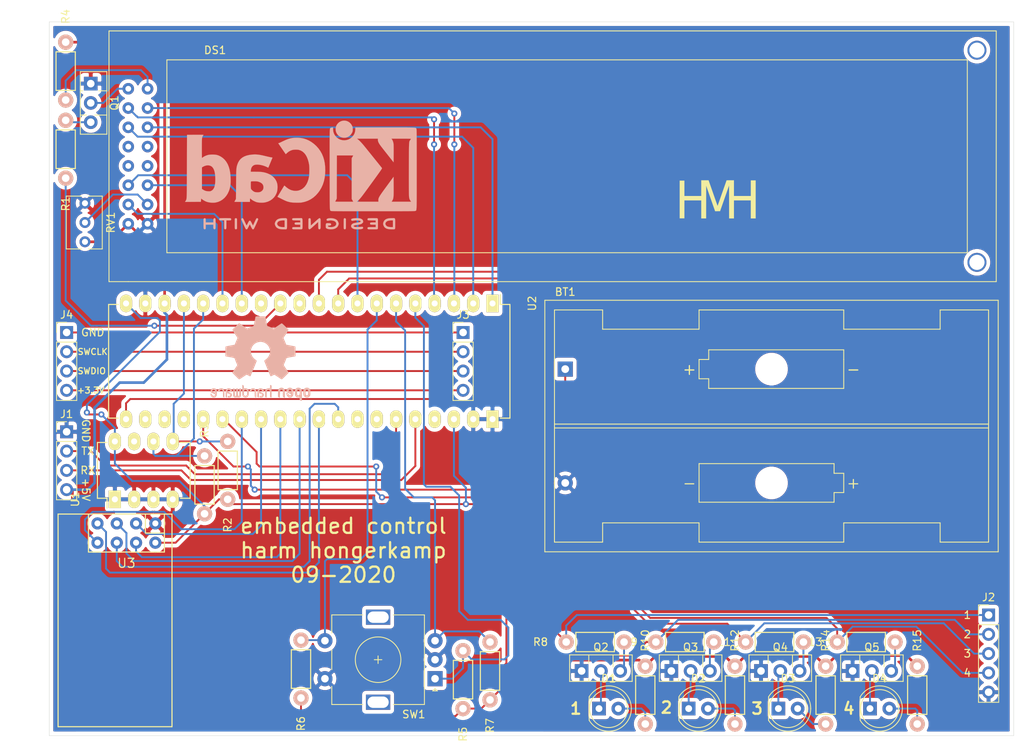
<source format=kicad_pcb>
(kicad_pcb (version 20171130) (host pcbnew 5.1.6-1.fc32)
  (title_block (title "embedded control") (date 2020-09-12) (rev 0) (company "harm hongerkamp"))
  (layers (0 F.Cu signal) (31 B.Cu signal) (34 B.Paste user) (35 F.Paste user) (36 B.SilkS user) (37 F.SilkS user) (38 B.Mask user) (39 F.Mask user) (44 Edge.Cuts user))
  (net 0 "")
  (net 1 "Net-(BT1-Pad1)")
  (net 2 GND)
  (net 3 "Net-(D1-Pad2)")
  (net 4 "Net-(D1-Pad1)")
  (net 5 "Net-(D2-Pad1)")
  (net 6 "Net-(D2-Pad2)")
  (net 7 "Net-(D3-Pad2)")
  (net 8 "Net-(D3-Pad1)")
  (net 9 "Net-(D4-Pad1)")
  (net 10 "Net-(D4-Pad2)")
  (net 11 +5V)
  (net 12 "Net-(DS1-Pad3)")
  (net 13 register_select)
  (net 14 readwrite)
  (net 15 enable)
  (net 16 "Net-(DS1-Pad7)")
  (net 17 "Net-(DS1-Pad8)")
  (net 18 "Net-(DS1-Pad9)")
  (net 19 "Net-(DS1-Pad10)")
  (net 20 D4)
  (net 21 D5)
  (net 22 D6)
  (net 23 D7)
  (net 24 "Net-(DS1-Pad15)")
  (net 25 "Net-(DS1-Pad16)")
  (net 26 /TX3)
  (net 27 /RX3)
  (net 28 "Net-(Q1-Pad3)")
  (net 29 "Net-(Q2-Pad3)")
  (net 30 "Net-(Q3-Pad3)")
  (net 31 "Net-(Q4-Pad3)")
  (net 32 "Net-(Q5-Pad3)")
  (net 33 display_light)
  (net 34 +3V3)
  (net 35 SDA)
  (net 36 SCL)
  (net 37 pulse_A)
  (net 38 push)
  (net 39 pulse_b)
  (net 40 schakeluitgang_1)
  (net 41 schakeluitgang_2)
  (net 42 schakeluitgang_3)
  (net 43 schakeluitgang_4)
  (net 44 "Net-(U1-Pad7)")
  (net 45 "Net-(U2-Pad11)")
  (net 46 "Net-(U2-Pad13)")
  (net 47 "Net-(U2-Pad22)")
  (net 48 "Net-(U2-Pad23)")
  (net 49 "Net-(U2-Pad24)")
  (net 50 /interrupt_request)
  (net 51 /chip_enable)
  (net 52 /nss1)
  (net 53 /sck1)
  (net 54 /miso1)
  (net 55 /mosi1)
  (net 56 "Net-(U2-Pad33)")
  (net 57 "Net-(U2-Pad34)")
  (net 58 "Net-(U2-Pad37)")
  (net 59 "Net-(J3-Pad4)")
  (net 60 "Net-(J3-Pad3)")
  (net 61 "Net-(J3-Pad2)")
  (net 62 "Net-(J3-Pad1)")
  (module harms_usual:harm_logo_10x5mm (layer F.Cu) (at 138.811 61.468)
    (fp_text reference G*** hide)
    (fp_text value LOGO hide)
  )
  (module Symbol:KiCad-Logo2_12mm_SilkScreen (layer B.Cu) (at 83.947 57.023 180)
    (fp_text reference REF** hide)
    (fp_text value KiCad-Logo2_12mm_SilkScreen hide)
  )
  (module Symbol:OSHW-Logo2_14.6x12mm_SilkScreen (layer B.Cu) (at 78.613 82.423 180)
    (fp_text reference REF** hide)
    (fp_text value OSHW-Logo2_14.6x12mm_SilkScreen hide)
  )
  (module harms_usual:nrf24l01 (layer F.Cu) (at 60.96 105.41 180)
    (fp_text reference U3 (at 0 -3.97 180) (layer F.SilkS) (effects (font (size 1.2 1.2))))
    (fp_text value nrf24l01)
    (pad 8 thru_hole circle (at 3.81 -1.27 180) (size 1.6 1.6) (drill 0.8) (layers *.Cu *.Mask) (net 50 /interrupt_request))
    (pad 7 thru_hole circle (at 3.81 1.27 180) (size 1.6 1.6) (drill 0.8) (layers *.Cu *.Mask) (net 54 /miso1))
    (pad 6 thru_hole circle (at 1.27 -1.27 180) (size 1.6 1.6) (drill 0.8) (layers *.Cu *.Mask) (net 55 /mosi1))
    (pad 5 thru_hole circle (at 1.27 1.27 180) (size 1.6 1.6) (drill 0.8) (layers *.Cu *.Mask) (net 53 /sck1))
    (pad 4 thru_hole circle (at -1.27 -1.27 180) (size 1.6 1.6) (drill 0.8) (layers *.Cu *.Mask) (net 52 /nss1))
    (pad 3 thru_hole circle (at -1.27 1.27 180) (size 1.6 1.6) (drill 0.8) (layers *.Cu *.Mask) (net 51 /chip_enable))
    (pad 2 thru_hole circle (at -3.81 -1.27 180) (size 1.6 1.6) (drill 0.8) (layers *.Cu *.Mask) (net 34 +3V3))
    (pad 1 thru_hole circle (at -3.81 1.27 180) (size 1.6 1.6) (drill 0.8) (layers *.Cu *.Mask) (net 2 GND))
  )
  (module Battery:BatteryHolder_Keystone_2462_2xAA (layer F.Cu) (at 118.745 83.82)
    (fp_text reference BT1 (at 0 -10.16 180) (layer F.SilkS))
    (fp_text value keystone-2460)
    (fp_text user - (at 37.945 0) (layer F.SilkS) (effects (font (size 1.5 1.5))))
    (fp_text user + (at 16.355 0) (layer F.SilkS) (effects (font (size 1.5 1.5))))
    (fp_text user - (at 16.355 14.99) (layer F.SilkS) (effects (font (size 1.5 1.5))))
    (fp_text user + (at 37.945 14.99) (layer F.SilkS) (effects (font (size 1.5 1.5))))
    (fp_text user + (at 16.355 0) (layer F.SilkS) (effects (font (size 1.5 1.5))))
    (fp_text user - (at 37.945 0) (layer F.SilkS) (effects (font (size 1.5 1.5))))
    (pad "" np_thru_hole circle (at 27.165 0) (size 3.3 3.3) (drill 3.3) (layers *.Cu *.Mask))
    (pad "" np_thru_hole circle (at 27.165 14.99) (size 3.3 3.3) (drill 3.3) (layers *.Cu *.Mask))
    (pad 2 thru_hole circle (at 0 14.99) (size 2 2) (drill 1.02) (layers *.Cu *.Mask) (net 2 GND))
    (pad 1 thru_hole rect (at 0 0) (size 2 2) (drill 1.02) (layers *.Cu *.Mask) (net 1 "Net-(BT1-Pad1)"))
  )
  (module LED_THT:LED_D5.0mm (layer F.Cu) (at 123.19 128.524)
    (fp_text reference D1 (at 1.27 -3.96) (layer F.SilkS))
    (fp_text value LED)
    (pad 2 thru_hole circle (at 2.54 0) (size 1.8 1.8) (drill 0.9) (layers *.Cu *.Mask) (net 3 "Net-(D1-Pad2)"))
    (pad 1 thru_hole rect (at 0 0) (size 1.8 1.8) (drill 0.9) (layers *.Cu *.Mask) (net 4 "Net-(D1-Pad1)"))
  )
  (module LED_THT:LED_D5.0mm (layer F.Cu) (at 135.001 128.524)
    (fp_text reference D2 (at 1.27 -3.96) (layer F.SilkS))
    (fp_text value LED)
    (pad 2 thru_hole circle (at 2.54 0) (size 1.8 1.8) (drill 0.9) (layers *.Cu *.Mask) (net 6 "Net-(D2-Pad2)"))
    (pad 1 thru_hole rect (at 0 0) (size 1.8 1.8) (drill 0.9) (layers *.Cu *.Mask) (net 5 "Net-(D2-Pad1)"))
  )
  (module LED_THT:LED_D5.0mm (layer F.Cu) (at 146.812 128.524)
    (fp_text reference D3 (at 1.27 -3.96) (layer F.SilkS))
    (fp_text value LED)
    (pad 2 thru_hole circle (at 2.54 0) (size 1.8 1.8) (drill 0.9) (layers *.Cu *.Mask) (net 7 "Net-(D3-Pad2)"))
    (pad 1 thru_hole rect (at 0 0) (size 1.8 1.8) (drill 0.9) (layers *.Cu *.Mask) (net 8 "Net-(D3-Pad1)"))
  )
  (module LED_THT:LED_D5.0mm (layer F.Cu) (at 158.877 128.524)
    (fp_text reference D4 (at 1.27 -3.96) (layer F.SilkS))
    (fp_text value LED)
    (pad 2 thru_hole circle (at 2.54 0) (size 1.8 1.8) (drill 0.9) (layers *.Cu *.Mask) (net 10 "Net-(D4-Pad2)"))
    (pad 1 thru_hole rect (at 0 0) (size 1.8 1.8) (drill 0.9) (layers *.Cu *.Mask) (net 9 "Net-(D4-Pad1)"))
  )
  (module harms_usual:lcd24x2 (layer F.Cu) (at 62.473601 55.791501)
    (fp_text reference DS1 (at 10.16 -13.97) (layer F.SilkS))
    (fp_text value WC1602A)
    (pad "" thru_hole circle (at 110.49 13.97) (size 2.5 2.5) (drill 2) (layers *.Cu *.Mask))
    (pad "" thru_hole circle (at 110.49 -13.97) (size 2.5 2.5) (drill 2) (layers *.Cu *.Mask))
    (pad 16 thru_hole circle (at -1.27 -8.89) (size 1.524 1.524) (drill 0.762) (layers *.Cu *.Mask) (net 25 "Net-(DS1-Pad16)"))
    (pad 15 thru_hole circle (at 1.27 -8.89) (size 1.524 1.524) (drill 0.762) (layers *.Cu *.Mask) (net 24 "Net-(DS1-Pad15)"))
    (pad 14 thru_hole circle (at -1.27 -6.35) (size 1.524 1.524) (drill 0.762) (layers *.Cu *.Mask) (net 23 D7))
    (pad 13 thru_hole circle (at 1.27 -6.35) (size 1.524 1.524) (drill 0.762) (layers *.Cu *.Mask) (net 22 D6))
    (pad 12 thru_hole circle (at -1.27 -3.81) (size 1.524 1.524) (drill 0.762) (layers *.Cu *.Mask) (net 21 D5))
    (pad 11 thru_hole circle (at 1.27 -3.81) (size 1.524 1.524) (drill 0.762) (layers *.Cu *.Mask) (net 20 D4))
    (pad 10 thru_hole circle (at -1.27 -1.27) (size 1.524 1.524) (drill 0.762) (layers *.Cu *.Mask) (net 19 "Net-(DS1-Pad10)"))
    (pad 9 thru_hole circle (at 1.27 -1.27) (size 1.524 1.524) (drill 0.762) (layers *.Cu *.Mask) (net 18 "Net-(DS1-Pad9)"))
    (pad 8 thru_hole circle (at -1.27 1.27) (size 1.524 1.524) (drill 0.762) (layers *.Cu *.Mask) (net 17 "Net-(DS1-Pad8)"))
    (pad 7 thru_hole circle (at 1.27 1.27) (size 1.524 1.524) (drill 0.762) (layers *.Cu *.Mask) (net 16 "Net-(DS1-Pad7)"))
    (pad 6 thru_hole circle (at -1.27 3.81) (size 1.524 1.524) (drill 0.762) (layers *.Cu *.Mask) (net 15 enable))
    (pad 5 thru_hole circle (at 1.27 3.81) (size 1.524 1.524) (drill 0.762) (layers *.Cu *.Mask) (net 14 readwrite))
    (pad 4 thru_hole circle (at -1.27 6.35) (size 1.524 1.524) (drill 0.762) (layers *.Cu *.Mask) (net 13 register_select))
    (pad 3 thru_hole circle (at 1.27 6.35) (size 1.524 1.524) (drill 0.762) (layers *.Cu *.Mask) (net 12 "Net-(DS1-Pad3)"))
    (pad 2 thru_hole circle (at -1.27 8.89) (size 1.524 1.524) (drill 0.762) (layers *.Cu *.Mask) (net 11 +5V))
    (pad 1 thru_hole circle (at 1.27 8.89) (size 1.524 1.524) (drill 0.762) (layers *.Cu *.Mask) (net 2 GND))
  )
  (module Connector_PinHeader_2.54mm:PinHeader_1x04_P2.54mm_Vertical (layer F.Cu) (at 53.086 92.075)
    (fp_text reference J1 (at 0 -2.33) (layer F.SilkS))
    (fp_text value UART_interface)
    (pad 4 thru_hole oval (at 0 7.62) (size 1.7 1.7) (drill 1) (layers *.Cu *.Mask) (net 11 +5V))
    (pad 3 thru_hole oval (at 0 5.08) (size 1.7 1.7) (drill 1) (layers *.Cu *.Mask) (net 27 /RX3))
    (pad 2 thru_hole oval (at 0 2.54) (size 1.7 1.7) (drill 1) (layers *.Cu *.Mask) (net 26 /TX3))
    (pad 1 thru_hole rect (at 0 0) (size 1.7 1.7) (drill 1) (layers *.Cu *.Mask) (net 2 GND))
  )
  (module Connector_PinHeader_2.54mm:PinHeader_1x04_P2.54mm_Vertical (layer F.Cu) (at 105.2957 78.994)
    (fp_text reference J3 (at 0 -2.33) (layer F.SilkS))
    (fp_text value programmer_1)
    (pad 4 thru_hole oval (at 0 7.62) (size 1.7 1.7) (drill 1) (layers *.Cu *.Mask) (net 59 "Net-(J3-Pad4)"))
    (pad 3 thru_hole oval (at 0 5.08) (size 1.7 1.7) (drill 1) (layers *.Cu *.Mask) (net 60 "Net-(J3-Pad3)"))
    (pad 2 thru_hole oval (at 0 2.54) (size 1.7 1.7) (drill 1) (layers *.Cu *.Mask) (net 61 "Net-(J3-Pad2)"))
    (pad 1 thru_hole rect (at 0 0) (size 1.7 1.7) (drill 1) (layers *.Cu *.Mask) (net 62 "Net-(J3-Pad1)"))
  )
  (module Connector_PinHeader_2.54mm:PinHeader_1x04_P2.54mm_Vertical (layer F.Cu) (at 53.086 78.994)
    (fp_text reference J4 (at 0 -2.33) (layer F.SilkS))
    (fp_text value programmer_2)
    (pad 4 thru_hole oval (at 0 7.62) (size 1.7 1.7) (drill 1) (layers *.Cu *.Mask) (net 59 "Net-(J3-Pad4)"))
    (pad 3 thru_hole oval (at 0 5.08) (size 1.7 1.7) (drill 1) (layers *.Cu *.Mask) (net 60 "Net-(J3-Pad3)"))
    (pad 2 thru_hole oval (at 0 2.54) (size 1.7 1.7) (drill 1) (layers *.Cu *.Mask) (net 61 "Net-(J3-Pad2)"))
    (pad 1 thru_hole rect (at 0 0) (size 1.7 1.7) (drill 1) (layers *.Cu *.Mask) (net 62 "Net-(J3-Pad1)"))
  )
  (module Package_TO_SOT_THT:TO-126-3_Vertical (layer F.Cu) (at 56.261 46.228 270)
    (fp_text reference Q1 (at 2.54 -3.12 90) (layer F.SilkS))
    (fp_text value BD439)
    (pad 3 thru_hole oval (at 5.08 0 270) (size 1.8 1.8) (drill 1) (layers *.Cu *.Mask) (net 28 "Net-(Q1-Pad3)"))
    (pad 2 thru_hole oval (at 2.54 0 270) (size 1.8 1.8) (drill 1) (layers *.Cu *.Mask) (net 25 "Net-(DS1-Pad16)"))
    (pad 1 thru_hole rect (at 0 0 270) (size 1.8 1.8) (drill 1) (layers *.Cu *.Mask) (net 2 GND))
  )
  (module Package_TO_SOT_THT:TO-126-3_Vertical (layer F.Cu) (at 120.904 123.571)
    (fp_text reference Q2 (at 2.54 -3.12) (layer F.SilkS))
    (fp_text value BD439)
    (pad 3 thru_hole oval (at 5.08 0) (size 1.8 1.8) (drill 1) (layers *.Cu *.Mask) (net 29 "Net-(Q2-Pad3)"))
    (pad 2 thru_hole oval (at 2.54 0) (size 1.8 1.8) (drill 1) (layers *.Cu *.Mask) (net 4 "Net-(D1-Pad1)"))
    (pad 1 thru_hole rect (at 0 0) (size 1.8 1.8) (drill 1) (layers *.Cu *.Mask) (net 2 GND))
  )
  (module Package_TO_SOT_THT:TO-126-3_Vertical (layer F.Cu) (at 132.715 123.571)
    (fp_text reference Q3 (at 2.54 -3.12) (layer F.SilkS))
    (fp_text value BD439)
    (pad 3 thru_hole oval (at 5.08 0) (size 1.8 1.8) (drill 1) (layers *.Cu *.Mask) (net 30 "Net-(Q3-Pad3)"))
    (pad 2 thru_hole oval (at 2.54 0) (size 1.8 1.8) (drill 1) (layers *.Cu *.Mask) (net 5 "Net-(D2-Pad1)"))
    (pad 1 thru_hole rect (at 0 0) (size 1.8 1.8) (drill 1) (layers *.Cu *.Mask) (net 2 GND))
  )
  (module Package_TO_SOT_THT:TO-126-3_Vertical (layer F.Cu) (at 144.526 123.571)
    (fp_text reference Q4 (at 2.54 -3.12) (layer F.SilkS))
    (fp_text value BD439)
    (pad 3 thru_hole oval (at 5.08 0) (size 1.8 1.8) (drill 1) (layers *.Cu *.Mask) (net 31 "Net-(Q4-Pad3)"))
    (pad 2 thru_hole oval (at 2.54 0) (size 1.8 1.8) (drill 1) (layers *.Cu *.Mask) (net 8 "Net-(D3-Pad1)"))
    (pad 1 thru_hole rect (at 0 0) (size 1.8 1.8) (drill 1) (layers *.Cu *.Mask) (net 2 GND))
  )
  (module Package_TO_SOT_THT:TO-126-3_Vertical (layer F.Cu) (at 156.591 123.571)
    (fp_text reference Q5 (at 2.54 -3.12) (layer F.SilkS))
    (fp_text value BD439)
    (pad 3 thru_hole oval (at 5.08 0) (size 1.8 1.8) (drill 1) (layers *.Cu *.Mask) (net 32 "Net-(Q5-Pad3)"))
    (pad 2 thru_hole oval (at 2.54 0) (size 1.8 1.8) (drill 1) (layers *.Cu *.Mask) (net 9 "Net-(D4-Pad1)"))
    (pad 1 thru_hole rect (at 0 0) (size 1.8 1.8) (drill 1) (layers *.Cu *.Mask) (net 2 GND))
  )
  (module harms_usual:Resistor_Horizontal_RM7mm (layer F.Cu) (at 52.959 51.054 270)
    (fp_text reference R1 (at 11 0 90) (layer F.SilkS))
    (fp_text value 2k)
    (pad 2 thru_hole circle (at 7.62 0 270) (size 1.99898 1.99898) (drill 1.00076) (layers *.Cu *.SilkS *.Mask) (net 33 display_light))
    (pad 1 thru_hole circle (at 0 0 270) (size 1.99898 1.99898) (drill 1.00076) (layers *.Cu *.SilkS *.Mask) (net 28 "Net-(Q1-Pad3)"))
  )
  (module harms_usual:Resistor_Horizontal_RM7mm (layer F.Cu) (at 74.295 93.345 270)
    (fp_text reference R2 (at 11 0 90) (layer F.SilkS))
    (fp_text value 2k)
    (pad 2 thru_hole circle (at 7.62 0 270) (size 1.99898 1.99898) (drill 1.00076) (layers *.Cu *.SilkS *.Mask) (net 34 +3V3))
    (pad 1 thru_hole circle (at 0 0 270) (size 1.99898 1.99898) (drill 1.00076) (layers *.Cu *.SilkS *.Mask) (net 35 SDA))
  )
  (module harms_usual:Resistor_Horizontal_RM7mm (layer F.Cu) (at 71.247 102.87 90)
    (fp_text reference R3 (at 11 0 90) (layer F.SilkS))
    (fp_text value 2k)
    (pad 2 thru_hole circle (at 7.62 0 90) (size 1.99898 1.99898) (drill 1.00076) (layers *.Cu *.SilkS *.Mask) (net 36 SCL))
    (pad 1 thru_hole circle (at 0 0 90) (size 1.99898 1.99898) (drill 1.00076) (layers *.Cu *.SilkS *.Mask) (net 34 +3V3))
  )
  (module harms_usual:Resistor_Horizontal_RM7mm (layer F.Cu) (at 52.959 48.387 90)
    (fp_text reference R4 (at 11 0 90) (layer F.SilkS))
    (fp_text value 200)
    (pad 2 thru_hole circle (at 7.62 0 90) (size 1.99898 1.99898) (drill 1.00076) (layers *.Cu *.SilkS *.Mask) (net 11 +5V))
    (pad 1 thru_hole circle (at 0 0 90) (size 1.99898 1.99898) (drill 1.00076) (layers *.Cu *.SilkS *.Mask) (net 24 "Net-(DS1-Pad15)"))
  )
  (module harms_usual:Resistor_Horizontal_RM7mm (layer F.Cu) (at 105.283 120.904 270)
    (fp_text reference R5 (at 11 0 90) (layer F.SilkS))
    (fp_text value 2k)
    (pad 2 thru_hole circle (at 7.62 0 270) (size 1.99898 1.99898) (drill 1.00076) (layers *.Cu *.SilkS *.Mask) (net 34 +3V3))
    (pad 1 thru_hole circle (at 0 0 270) (size 1.99898 1.99898) (drill 1.00076) (layers *.Cu *.SilkS *.Mask) (net 37 pulse_A))
  )
  (module harms_usual:Resistor_Horizontal_RM7mm (layer F.Cu) (at 83.947 119.507 270)
    (fp_text reference R6 (at 11 0 90) (layer F.SilkS))
    (fp_text value 10k)
    (pad 2 thru_hole circle (at 7.62 0 270) (size 1.99898 1.99898) (drill 1.00076) (layers *.Cu *.SilkS *.Mask) (net 34 +3V3))
    (pad 1 thru_hole circle (at 0 0 270) (size 1.99898 1.99898) (drill 1.00076) (layers *.Cu *.SilkS *.Mask) (net 38 push))
  )
  (module harms_usual:Resistor_Horizontal_RM7mm (layer F.Cu) (at 108.839 119.761 270)
    (fp_text reference R7 (at 11 0 90) (layer F.SilkS))
    (fp_text value 2k)
    (pad 2 thru_hole circle (at 7.62 0 270) (size 1.99898 1.99898) (drill 1.00076) (layers *.Cu *.SilkS *.Mask) (net 34 +3V3))
    (pad 1 thru_hole circle (at 0 0 270) (size 1.99898 1.99898) (drill 1.00076) (layers *.Cu *.SilkS *.Mask) (net 39 pulse_b))
  )
  (module harms_usual:Resistor_Horizontal_RM7mm (layer F.Cu) (at 126.492 119.761 180)
    (fp_text reference R8 (at 11 0) (layer F.SilkS))
    (fp_text value 2k)
    (pad 2 thru_hole circle (at 7.62 0 180) (size 1.99898 1.99898) (drill 1.00076) (layers *.Cu *.SilkS *.Mask) (net 40 schakeluitgang_1))
    (pad 1 thru_hole circle (at 0 0 180) (size 1.99898 1.99898) (drill 1.00076) (layers *.Cu *.SilkS *.Mask) (net 29 "Net-(Q2-Pad3)"))
  )
  (module harms_usual:Resistor_Horizontal_RM7mm (layer F.Cu) (at 138.303 119.761 180)
    (fp_text reference R9 (at 11 0) (layer F.SilkS))
    (fp_text value 2k)
    (pad 2 thru_hole circle (at 7.62 0 180) (size 1.99898 1.99898) (drill 1.00076) (layers *.Cu *.SilkS *.Mask) (net 41 schakeluitgang_2))
    (pad 1 thru_hole circle (at 0 0 180) (size 1.99898 1.99898) (drill 1.00076) (layers *.Cu *.SilkS *.Mask) (net 30 "Net-(Q3-Pad3)"))
  )
  (module harms_usual:Resistor_Horizontal_RM7mm (layer F.Cu) (at 129.286 130.556 90)
    (fp_text reference R10 (at 11 0 90) (layer F.SilkS))
    (fp_text value 200)
    (pad 2 thru_hole circle (at 7.62 0 90) (size 1.99898 1.99898) (drill 1.00076) (layers *.Cu *.SilkS *.Mask) (net 11 +5V))
    (pad 1 thru_hole circle (at 0 0 90) (size 1.99898 1.99898) (drill 1.00076) (layers *.Cu *.SilkS *.Mask) (net 3 "Net-(D1-Pad2)"))
  )
  (module harms_usual:Resistor_Horizontal_RM7mm (layer F.Cu) (at 150.114 119.761 180)
    (fp_text reference R11 (at 11 0) (layer F.SilkS))
    (fp_text value 2k)
    (pad 2 thru_hole circle (at 7.62 0 180) (size 1.99898 1.99898) (drill 1.00076) (layers *.Cu *.SilkS *.Mask) (net 42 schakeluitgang_3))
    (pad 1 thru_hole circle (at 0 0 180) (size 1.99898 1.99898) (drill 1.00076) (layers *.Cu *.SilkS *.Mask) (net 31 "Net-(Q4-Pad3)"))
  )
  (module harms_usual:Resistor_Horizontal_RM7mm (layer F.Cu) (at 141.097 130.556 90)
    (fp_text reference R12 (at 11 0 90) (layer F.SilkS))
    (fp_text value 200)
    (pad 2 thru_hole circle (at 7.62 0 90) (size 1.99898 1.99898) (drill 1.00076) (layers *.Cu *.SilkS *.Mask) (net 11 +5V))
    (pad 1 thru_hole circle (at 0 0 90) (size 1.99898 1.99898) (drill 1.00076) (layers *.Cu *.SilkS *.Mask) (net 6 "Net-(D2-Pad2)"))
  )
  (module harms_usual:Resistor_Horizontal_RM7mm (layer F.Cu) (at 162.179 119.761 180)
    (fp_text reference R13 (at 11 0) (layer F.SilkS))
    (fp_text value 2k)
    (pad 2 thru_hole circle (at 7.62 0 180) (size 1.99898 1.99898) (drill 1.00076) (layers *.Cu *.SilkS *.Mask) (net 43 schakeluitgang_4))
    (pad 1 thru_hole circle (at 0 0 180) (size 1.99898 1.99898) (drill 1.00076) (layers *.Cu *.SilkS *.Mask) (net 32 "Net-(Q5-Pad3)"))
  )
  (module harms_usual:Resistor_Horizontal_RM7mm (layer F.Cu) (at 153.035 130.556 90)
    (fp_text reference R14 (at 11 0 90) (layer F.SilkS))
    (fp_text value 200)
    (pad 2 thru_hole circle (at 7.62 0 90) (size 1.99898 1.99898) (drill 1.00076) (layers *.Cu *.SilkS *.Mask) (net 11 +5V))
    (pad 1 thru_hole circle (at 0 0 90) (size 1.99898 1.99898) (drill 1.00076) (layers *.Cu *.SilkS *.Mask) (net 7 "Net-(D3-Pad2)"))
  )
  (module harms_usual:Resistor_Horizontal_RM7mm (layer F.Cu) (at 165.1 130.556 90)
    (fp_text reference R15 (at 11 0 90) (layer F.SilkS))
    (fp_text value 200)
    (pad 2 thru_hole circle (at 7.62 0 90) (size 1.99898 1.99898) (drill 1.00076) (layers *.Cu *.SilkS *.Mask) (net 11 +5V))
    (pad 1 thru_hole circle (at 0 0 90) (size 1.99898 1.99898) (drill 1.00076) (layers *.Cu *.SilkS *.Mask) (net 10 "Net-(D4-Pad2)"))
  )
  (module Potentiometer_THT:Potentiometer_Bourns_3266Y_Vertical (layer F.Cu) (at 55.499 67.056 270)
    (fp_text reference RV1 (at -2.54 -3.41 90) (layer F.SilkS))
    (fp_text value R_POT_TRIM)
    (pad 3 thru_hole circle (at -5.08 0 270) (size 1.44 1.44) (drill 0.8) (layers *.Cu *.Mask) (net 2 GND))
    (pad 2 thru_hole circle (at -2.54 0 270) (size 1.44 1.44) (drill 0.8) (layers *.Cu *.Mask) (net 12 "Net-(DS1-Pad3)"))
    (pad 1 thru_hole circle (at 0 0 270) (size 1.44 1.44) (drill 0.8) (layers *.Cu *.Mask) (net 11 +5V))
  )
  (module Rotary_Encoder:RotaryEncoder_Alps_EC11E-Switch_Vertical_H20mm (layer F.Cu) (at 101.6 124.587 180)
    (fp_text reference SW1 (at 2.8 -4.7) (layer F.SilkS))
    (fp_text value Rotary_Encoder_Switch)
    (pad A thru_hole rect (at 0 0 180) (size 2 2) (drill 1) (layers *.Cu *.Mask) (net 37 pulse_A))
    (pad C thru_hole circle (at 0 2.5 180) (size 2 2) (drill 1) (layers *.Cu *.Mask) (net 2 GND))
    (pad B thru_hole circle (at 0 5 180) (size 2 2) (drill 1) (layers *.Cu *.Mask) (net 39 pulse_b))
    (pad MP thru_hole rect (at 7.5 -3.1 180) (size 3.2 2) (drill oval 2.8 1.5) (layers *.Cu *.Mask))
    (pad MP thru_hole rect (at 7.5 8.1 180) (size 3.2 2) (drill oval 2.8 1.5) (layers *.Cu *.Mask))
    (pad S2 thru_hole circle (at 14.5 0 180) (size 2 2) (drill 1) (layers *.Cu *.Mask) (net 2 GND))
    (pad S1 thru_hole circle (at 14.5 5 180) (size 2 2) (drill 1) (layers *.Cu *.Mask) (net 38 push))
  )
  (module harms_usual:DIP-8_W7.62mm_LongPads (layer F.Cu) (at 59.436 100.965 90)
    (fp_text reference U1 (at 0 -5.22 90) (layer F.SilkS))
    (fp_text value 24LC64)
    (pad 8 thru_hole oval (at 7.62 0 90) (size 2.3 1.6) (drill 0.8) (layers *.Cu *.Mask F.SilkS) (net 34 +3V3))
    (pad 7 thru_hole oval (at 7.62 2.54 90) (size 2.3 1.6) (drill 0.8) (layers *.Cu *.Mask F.SilkS) (net 44 "Net-(U1-Pad7)"))
    (pad 6 thru_hole oval (at 7.62 5.08 90) (size 2.3 1.6) (drill 0.8) (layers *.Cu *.Mask F.SilkS) (net 36 SCL))
    (pad 5 thru_hole oval (at 7.62 7.62 90) (size 2.3 1.6) (drill 0.8) (layers *.Cu *.Mask F.SilkS) (net 35 SDA))
    (pad 4 thru_hole oval (at 0 7.62 90) (size 2.3 1.6) (drill 0.8) (layers *.Cu *.Mask F.SilkS) (net 2 GND))
    (pad 3 thru_hole oval (at 0 5.08 90) (size 2.3 1.6) (drill 0.8) (layers *.Cu *.Mask F.SilkS) (net 2 GND))
    (pad 2 thru_hole oval (at 0 2.54 90) (size 2.3 1.6) (drill 0.8) (layers *.Cu *.Mask F.SilkS) (net 2 GND))
    (pad 1 thru_hole rect (at 0 0 90) (size 2.3 1.6) (drill 0.8) (layers *.Cu *.Mask F.SilkS) (net 2 GND))
  )
  (module harms_usual:DIP-40_W15.24mm_LongPads (layer F.Cu) (at 109.1692 75.1713 270)
    (fp_text reference U2 (at 0 -5.22 90) (layer F.SilkS))
    (fp_text value stm32_bluepill)
    (pad 40 thru_hole rect (at 15.24 0 270) (size 2.3 1.6) (drill 0.8) (layers *.Cu *.Mask F.SilkS) (net 2 GND))
    (pad 39 thru_hole oval (at 15.24 2.54 270) (size 2.3 1.6) (drill 0.8) (layers *.Cu *.Mask F.SilkS) (net 2 GND))
    (pad 38 thru_hole oval (at 15.24 5.08 270) (size 2.3 1.6) (drill 0.8) (layers *.Cu *.Mask F.SilkS) (net 34 +3V3))
    (pad 37 thru_hole oval (at 15.24 7.62 270) (size 2.3 1.6) (drill 0.8) (layers *.Cu *.Mask F.SilkS) (net 58 "Net-(U2-Pad37)"))
    (pad 36 thru_hole oval (at 15.24 10.16 270) (size 2.3 1.6) (drill 0.8) (layers *.Cu *.Mask F.SilkS) (net 27 /RX3))
    (pad 35 thru_hole oval (at 15.24 12.7 270) (size 2.3 1.6) (drill 0.8) (layers *.Cu *.Mask F.SilkS) (net 26 /TX3))
    (pad 34 thru_hole oval (at 15.24 15.24 270) (size 2.3 1.6) (drill 0.8) (layers *.Cu *.Mask F.SilkS) (net 57 "Net-(U2-Pad34)"))
    (pad 33 thru_hole oval (at 15.24 17.78 270) (size 2.3 1.6) (drill 0.8) (layers *.Cu *.Mask F.SilkS) (net 56 "Net-(U2-Pad33)"))
    (pad 32 thru_hole oval (at 15.24 20.32 270) (size 2.3 1.6) (drill 0.8) (layers *.Cu *.Mask F.SilkS) (net 55 /mosi1))
    (pad 31 thru_hole oval (at 15.24 22.86 270) (size 2.3 1.6) (drill 0.8) (layers *.Cu *.Mask F.SilkS) (net 54 /miso1))
    (pad 30 thru_hole oval (at 15.24 25.4 270) (size 2.3 1.6) (drill 0.8) (layers *.Cu *.Mask F.SilkS) (net 53 /sck1))
    (pad 29 thru_hole oval (at 15.24 27.94 270) (size 2.3 1.6) (drill 0.8) (layers *.Cu *.Mask F.SilkS) (net 52 /nss1))
    (pad 28 thru_hole oval (at 15.24 30.48 270) (size 2.3 1.6) (drill 0.8) (layers *.Cu *.Mask F.SilkS) (net 51 /chip_enable))
    (pad 27 thru_hole oval (at 15.24 33.02 270) (size 2.3 1.6) (drill 0.8) (layers *.Cu *.Mask F.SilkS) (net 50 /interrupt_request))
    (pad 26 thru_hole oval (at 15.24 35.56 270) (size 2.3 1.6) (drill 0.8) (layers *.Cu *.Mask F.SilkS) (net 41 schakeluitgang_2))
    (pad 25 thru_hole oval (at 15.24 38.1 270) (size 2.3 1.6) (drill 0.8) (layers *.Cu *.Mask F.SilkS) (net 40 schakeluitgang_1))
    (pad 24 thru_hole oval (at 15.24 40.64 270) (size 2.3 1.6) (drill 0.8) (layers *.Cu *.Mask F.SilkS) (net 49 "Net-(U2-Pad24)"))
    (pad 23 thru_hole oval (at 15.24 43.18 270) (size 2.3 1.6) (drill 0.8) (layers *.Cu *.Mask F.SilkS) (net 48 "Net-(U2-Pad23)"))
    (pad 22 thru_hole oval (at 15.24 45.72 270) (size 2.3 1.6) (drill 0.8) (layers *.Cu *.Mask F.SilkS) (net 47 "Net-(U2-Pad22)"))
    (pad 21 thru_hole oval (at 15.24 48.26 270) (size 2.3 1.6) (drill 0.8) (layers *.Cu *.Mask F.SilkS) (net 1 "Net-(BT1-Pad1)"))
    (pad 20 thru_hole oval (at 0 48.26 270) (size 2.3 1.6) (drill 0.8) (layers *.Cu *.Mask F.SilkS) (net 34 +3V3))
    (pad 19 thru_hole oval (at 0 45.72 270) (size 2.3 1.6) (drill 0.8) (layers *.Cu *.Mask F.SilkS) (net 2 GND))
    (pad 18 thru_hole oval (at 0 43.18 270) (size 2.3 1.6) (drill 0.8) (layers *.Cu *.Mask F.SilkS) (net 11 +5V))
    (pad 17 thru_hole oval (at 0 40.64 270) (size 2.3 1.6) (drill 0.8) (layers *.Cu *.Mask F.SilkS) (net 35 SDA))
    (pad 16 thru_hole oval (at 0 38.1 270) (size 2.3 1.6) (drill 0.8) (layers *.Cu *.Mask F.SilkS) (net 36 SCL))
    (pad 15 thru_hole oval (at 0 35.56 270) (size 2.3 1.6) (drill 0.8) (layers *.Cu *.Mask F.SilkS) (net 13 register_select))
    (pad 14 thru_hole oval (at 0 33.02 270) (size 2.3 1.6) (drill 0.8) (layers *.Cu *.Mask F.SilkS) (net 14 readwrite))
    (pad 13 thru_hole oval (at 0 30.48 270) (size 2.3 1.6) (drill 0.8) (layers *.Cu *.Mask F.SilkS) (net 46 "Net-(U2-Pad13)"))
    (pad 12 thru_hole oval (at 0 27.94 270) (size 2.3 1.6) (drill 0.8) (layers *.Cu *.Mask F.SilkS) (net 33 display_light))
    (pad 11 thru_hole oval (at 0 25.4 270) (size 2.3 1.6) (drill 0.8) (layers *.Cu *.Mask F.SilkS) (net 45 "Net-(U2-Pad11)"))
    (pad 10 thru_hole oval (at 0 22.86 270) (size 2.3 1.6) (drill 0.8) (layers *.Cu *.Mask F.SilkS) (net 43 schakeluitgang_4))
    (pad 9 thru_hole oval (at 0 20.32 270) (size 2.3 1.6) (drill 0.8) (layers *.Cu *.Mask F.SilkS) (net 42 schakeluitgang_3))
    (pad 8 thru_hole oval (at 0 17.78 270) (size 2.3 1.6) (drill 0.8) (layers *.Cu *.Mask F.SilkS) (net 15 enable))
    (pad 7 thru_hole oval (at 0 15.24 270) (size 2.3 1.6) (drill 0.8) (layers *.Cu *.Mask F.SilkS) (net 38 push))
    (pad 6 thru_hole oval (at 0 12.7 270) (size 2.3 1.6) (drill 0.8) (layers *.Cu *.Mask F.SilkS) (net 39 pulse_b))
    (pad 5 thru_hole oval (at 0 10.16 270) (size 2.3 1.6) (drill 0.8) (layers *.Cu *.Mask F.SilkS) (net 37 pulse_A))
    (pad 4 thru_hole oval (at 0 7.62 270) (size 2.3 1.6) (drill 0.8) (layers *.Cu *.Mask F.SilkS) (net 23 D7))
    (pad 3 thru_hole oval (at 0 5.08 270) (size 2.3 1.6) (drill 0.8) (layers *.Cu *.Mask F.SilkS) (net 22 D6))
    (pad 2 thru_hole oval (at 0 2.54 270) (size 2.3 1.6) (drill 0.8) (layers *.Cu *.Mask F.SilkS) (net 21 D5))
    (pad 1 thru_hole rect (at 0 0 270) (size 2.3 1.6) (drill 0.8) (layers *.Cu *.Mask F.SilkS) (net 20 D4))
  )
  (module Connector_PinHeader_2.54mm:PinHeader_1x05_P2.54mm_Vertical (layer F.Cu) (at 174.498 116.205)
    (fp_text reference J2 (at 0 -2.33) (layer F.SilkS))
    (fp_text value Conn_01x05)
    (pad 1 thru_hole rect (at 0 0) (size 1.7 1.7) (drill 1) (layers *.Cu *.Mask) (net 40 schakeluitgang_1))
    (pad 2 thru_hole oval (at 0 2.54) (size 1.7 1.7) (drill 1) (layers *.Cu *.Mask) (net 41 schakeluitgang_2))
    (pad 3 thru_hole oval (at 0 5.08) (size 1.7 1.7) (drill 1) (layers *.Cu *.Mask) (net 42 schakeluitgang_3))
    (pad 4 thru_hole oval (at 0 7.62) (size 1.7 1.7) (drill 1) (layers *.Cu *.Mask) (net 43 schakeluitgang_4))
    (pad 5 thru_hole oval (at 0 10.16) (size 1.7 1.7) (drill 1) (layers *.Cu *.Mask) (net 2 GND))
  )
  (gr_text "embedded control\nharm hongerkamp\n09-2020" (at 89.535 107.696) (layer F.SilkS) (effects (font (size 2 2) (thickness 0.3))))
  (gr_text 4 (at 171.704 123.825) (layer F.SilkS) (effects (font (size 1 1))))
  (gr_text 3 (at 171.704 121.285) (layer F.SilkS) (effects (font (size 1 1))))
  (gr_text 2 (at 171.704 118.745) (layer F.SilkS) (effects (font (size 1 1))))
  (gr_text 1 (at 171.704 116.205) (layer F.SilkS) (effects (font (size 1 1))))
  (gr_text 4 (at 156.083 128.524) (layer F.SilkS) (effects (font (size 1.5 1.5) (thickness 0.3))))
  (gr_text 3 (at 144.018 128.524) (layer F.SilkS) (effects (font (size 1.5 1.5) (thickness 0.3))))
  (gr_text 2 (at 132.08 128.397) (layer F.SilkS) (effects (font (size 1.5 1.5) (thickness 0.3))))
  (gr_text 1 (at 120.142 128.524) (layer F.SilkS) (effects (font (size 1.5 1.5) (thickness 0.3))))
  (gr_text +3.3V (at 56.261 86.614) (layer F.SilkS) (effects (font (size 0.8 0.8))))
  (gr_text SWDIO (at 56.388 84.074) (layer F.SilkS) (effects (font (size 0.8 0.8))))
  (gr_text SWCLK (at 56.515 81.534) (layer F.SilkS) (effects (font (size 0.8 0.8))))
  (gr_text GND (at 56.515 78.994) (layer F.SilkS) (effects (font (size 1 1))))
  (gr_text GND (at 55.626 91.948 270) (layer F.SilkS) (effects (font (size 1 1))))
  (gr_text +5V (at 55.626 99.695 270) (layer F.SilkS) (effects (font (size 1 1))))
  (gr_text RX (at 55.88 97.155) (layer F.SilkS) (effects (font (size 1 1))))
  (gr_text TX (at 55.88 94.615) (layer F.SilkS) (effects (font (size 1 1))))
  (gr_line (start 50.8 38.1) (end 177.8 38.1) (layer Edge.Cuts) (width 0.05))
  (gr_line (start 50.8 132.08) (end 50.8 38.1) (layer Edge.Cuts) (width 0.05))
  (gr_line (start 177.8 132.08) (end 50.8 132.08) (layer Edge.Cuts) (width 0.05))
  (gr_line (start 177.8 38.1) (end 177.8 132.08) (layer Edge.Cuts) (width 0.05))
  (segment (start 60.9092 90.4113) (end 60.9092 88.3158) (width 0.25) (layer F.Cu) (net 1))
  (segment (start 60.9092 88.3158) (end 61.468 87.757) (width 0.25) (layer F.Cu) (net 1))
  (segment (start 61.468 87.757) (end 102.743 87.757) (width 0.25) (layer F.Cu) (net 1))
  (segment (start 102.743 87.757) (end 103.505 88.519) (width 0.25) (layer F.Cu) (net 1))
  (segment (start 103.505 88.519) (end 118.237 88.519) (width 0.25) (layer F.Cu) (net 1))
  (segment (start 118.745 88.011) (end 118.745 83.82) (width 0.25) (layer F.Cu) (net 1))
  (segment (start 118.237 88.519) (end 118.745 88.011) (width 0.25) (layer F.Cu) (net 1))
  (segment (start 129.286 130.556) (end 129.286 129.032) (width 0.25) (layer B.Cu) (net 3))
  (segment (start 128.778 128.524) (end 125.73 128.524) (width 0.25) (layer B.Cu) (net 3))
  (segment (start 129.286 129.032) (end 128.778 128.524) (width 0.25) (layer B.Cu) (net 3))
  (segment (start 123.444 128.27) (end 123.19 128.524) (width 0.25) (layer B.Cu) (net 4))
  (segment (start 123.444 123.571) (end 123.444 128.27) (width 0.25) (layer B.Cu) (net 4))
  (segment (start 135.255 123.571) (end 135.255 126.238) (width 0.25) (layer B.Cu) (net 5))
  (segment (start 135.001 126.492) (end 135.001 128.524) (width 0.25) (layer B.Cu) (net 5))
  (segment (start 135.255 126.238) (end 135.001 126.492) (width 0.25) (layer B.Cu) (net 5))
  (segment (start 137.541 128.524) (end 140.843 128.524) (width 0.25) (layer B.Cu) (net 6))
  (segment (start 141.097 128.778) (end 141.097 130.556) (width 0.25) (layer B.Cu) (net 6))
  (segment (start 140.843 128.524) (end 141.097 128.778) (width 0.25) (layer B.Cu) (net 6))
  (segment (start 151.384 130.556) (end 149.352 128.524) (width 0.25) (layer B.Cu) (net 7))
  (segment (start 153.035 130.556) (end 151.384 130.556) (width 0.25) (layer B.Cu) (net 7))
  (segment (start 146.812 123.825) (end 147.066 123.571) (width 0.25) (layer B.Cu) (net 8))
  (segment (start 146.812 128.524) (end 146.812 123.825) (width 0.25) (layer B.Cu) (net 8))
  (segment (start 158.877 123.825) (end 159.131 123.571) (width 0.25) (layer B.Cu) (net 9))
  (segment (start 158.877 128.524) (end 158.877 123.825) (width 0.25) (layer B.Cu) (net 9))
  (segment (start 165.1 130.556) (end 165.1 128.778) (width 0.25) (layer B.Cu) (net 10))
  (segment (start 164.846 128.524) (end 161.417 128.524) (width 0.25) (layer B.Cu) (net 10))
  (segment (start 165.1 128.778) (end 164.846 128.524) (width 0.25) (layer B.Cu) (net 10))
  (segment (start 52.959 40.767) (end 63.373 40.767) (width 0.35) (layer F.Cu) (net 11))
  (segment (start 63.373 40.767) (end 65.9892 43.3832) (width 0.35) (layer F.Cu) (net 11))
  (segment (start 58.829102 67.056) (end 61.203601 64.681501) (width 0.35) (layer F.Cu) (net 11))
  (segment (start 55.499 67.056) (end 58.829102 67.056) (width 0.35) (layer F.Cu) (net 11))
  (segment (start 65.9892 69.6468) (end 65.9892 75.1713) (width 0.35) (layer F.Cu) (net 11))
  (segment (start 65.9892 69.4671) (end 65.9892 69.6468) (width 0.35) (layer F.Cu) (net 11))
  (segment (start 61.203601 64.681501) (end 65.9892 69.4671) (width 0.35) (layer F.Cu) (net 11))
  (segment (start 65.9892 43.3832) (end 65.9892 69.6468) (width 0.35) (layer F.Cu) (net 11))
  (segment (start 53.848 99.695) (end 53.848 129.794) (width 0.35) (layer F.Cu) (net 11))
  (segment (start 53.848 129.794) (end 55.118 131.064) (width 0.35) (layer F.Cu) (net 11))
  (segment (start 55.118 131.064) (end 115.062 131.064) (width 0.35) (layer F.Cu) (net 11))
  (segment (start 115.062 131.064) (end 117.475 128.651) (width 0.35) (layer F.Cu) (net 11))
  (segment (start 117.475 128.651) (end 117.475 123.952) (width 0.35) (layer F.Cu) (net 11))
  (segment (start 119.28799 122.13901) (end 128.48901 122.13901) (width 0.35) (layer F.Cu) (net 11))
  (segment (start 128.48901 122.13901) (end 129.286 122.936) (width 0.35) (layer F.Cu) (net 11))
  (segment (start 117.475 123.952) (end 119.28799 122.13901) (width 0.35) (layer F.Cu) (net 11))
  (segment (start 129.286 122.936) (end 130.556 121.666) (width 0.35) (layer F.Cu) (net 11))
  (segment (start 139.827 121.666) (end 141.097 122.936) (width 0.35) (layer F.Cu) (net 11))
  (segment (start 130.556 121.666) (end 139.827 121.666) (width 0.35) (layer F.Cu) (net 11))
  (segment (start 141.097 122.936) (end 142.367 121.666) (width 0.35) (layer F.Cu) (net 11))
  (segment (start 151.765 121.666) (end 153.035 122.936) (width 0.35) (layer F.Cu) (net 11))
  (segment (start 142.367 121.666) (end 151.765 121.666) (width 0.35) (layer F.Cu) (net 11))
  (segment (start 153.035 122.936) (end 154.432 121.539) (width 0.35) (layer F.Cu) (net 11))
  (segment (start 163.703 121.539) (end 165.1 122.936) (width 0.35) (layer F.Cu) (net 11))
  (segment (start 154.432 121.539) (end 163.703 121.539) (width 0.35) (layer F.Cu) (net 11))
  (segment (start 65.9892 75.1713) (end 65.9892 76.4032) (width 0.35) (layer B.Cu) (net 11))
  (segment (start 65.9892 76.4032) (end 66.294 76.708) (width 0.35) (layer B.Cu) (net 11))
  (segment (start 66.294 76.708) (end 66.294 82.55) (width 0.35) (layer B.Cu) (net 11))
  (segment (start 66.294 82.55) (end 63.246 85.598) (width 0.35) (layer B.Cu) (net 11))
  (segment (start 63.246 85.598) (end 60.071 85.598) (width 0.35) (layer B.Cu) (net 11))
  (segment (start 60.071 85.598) (end 56.769 88.9) (width 0.35) (layer B.Cu) (net 11))
  (segment (start 56.769 88.9) (end 56.769 98.806) (width 0.35) (layer B.Cu) (net 11))
  (segment (start 55.88 99.695) (end 53.848 99.695) (width 0.35) (layer B.Cu) (net 11))
  (segment (start 56.769 98.806) (end 55.88 99.695) (width 0.35) (layer B.Cu) (net 11))
  (segment (start 55.499 64.516) (end 59.182 60.833) (width 0.25) (layer B.Cu) (net 12))
  (segment (start 62.4351 60.833) (end 63.743601 62.141501) (width 0.25) (layer B.Cu) (net 12))
  (segment (start 59.182 60.833) (end 62.4351 60.833) (width 0.25) (layer B.Cu) (net 12))
  (segment (start 61.203601 62.141501) (end 62.4351 63.373) (width 0.25) (layer B.Cu) (net 13))
  (segment (start 62.4351 63.373) (end 72.517 63.373) (width 0.25) (layer B.Cu) (net 13))
  (segment (start 73.6092 64.4652) (end 73.6092 75.1713) (width 0.25) (layer B.Cu) (net 13))
  (segment (start 72.517 63.373) (end 73.6092 64.4652) (width 0.25) (layer B.Cu) (net 13))
  (segment (start 63.743601 59.601501) (end 74.587501 59.601501) (width 0.25) (layer B.Cu) (net 14))
  (segment (start 76.1492 61.1632) (end 76.1492 75.1713) (width 0.25) (layer B.Cu) (net 14))
  (segment (start 74.587501 59.601501) (end 76.1492 61.1632) (width 0.25) (layer B.Cu) (net 14))
  (segment (start 61.203601 59.601501) (end 62.512102 58.293) (width 0.25) (layer B.Cu) (net 15))
  (segment (start 62.512102 58.293) (end 90.043 58.293) (width 0.25) (layer B.Cu) (net 15))
  (segment (start 91.3892 59.6392) (end 91.3892 75.1713) (width 0.25) (layer B.Cu) (net 15))
  (segment (start 90.043 58.293) (end 91.3892 59.6392) (width 0.25) (layer B.Cu) (net 15))
  (segment (start 63.743601 51.981501) (end 107.607501 51.981501) (width 0.25) (layer B.Cu) (net 20))
  (segment (start 109.1692 53.5432) (end 109.1692 75.1713) (width 0.25) (layer B.Cu) (net 20))
  (segment (start 107.607501 51.981501) (end 109.1692 53.5432) (width 0.25) (layer B.Cu) (net 20))
  (segment (start 61.203601 51.981501) (end 62.4351 53.213) (width 0.25) (layer B.Cu) (net 21))
  (segment (start 62.4351 53.213) (end 105.156 53.213) (width 0.25) (layer B.Cu) (net 21))
  (segment (start 106.6292 54.6862) (end 106.6292 75.1713) (width 0.25) (layer B.Cu) (net 21))
  (segment (start 105.156 53.213) (end 106.6292 54.6862) (width 0.25) (layer B.Cu) (net 21))
  (via (at 104.14 50.165) (size 0.8) (drill 0.4) (layers F.Cu B.Cu) (net 22))
  (segment (start 103.416501 49.441501) (end 104.14 50.165) (width 0.25) (layer B.Cu) (net 22))
  (segment (start 63.743601 49.441501) (end 103.416501 49.441501) (width 0.25) (layer B.Cu) (net 22))
  (via (at 104.14 54.229) (size 0.8) (drill 0.4) (layers F.Cu B.Cu) (net 22))
  (segment (start 104.14 50.165) (end 104.14 54.229) (width 0.25) (layer F.Cu) (net 22))
  (segment (start 104.14 75.1205) (end 104.0892 75.1713) (width 0.25) (layer B.Cu) (net 22))
  (segment (start 104.14 54.229) (end 104.14 75.1205) (width 0.25) (layer B.Cu) (net 22))
  (segment (start 61.203601 49.441501) (end 62.3081 50.546) (width 0.25) (layer B.Cu) (net 23))
  (segment (start 62.3081 50.546) (end 62.357 50.546) (width 0.25) (layer B.Cu) (net 23))
  (segment (start 62.357 50.546) (end 62.484 50.673) (width 0.25) (layer B.Cu) (net 23))
  (segment (start 62.484 50.673) (end 77.724 50.673) (width 0.25) (layer B.Cu) (net 23))
  (via (at 101.473 50.927) (size 0.8) (drill 0.4) (layers F.Cu B.Cu) (net 23))
  (segment (start 101.219 50.673) (end 101.473 50.927) (width 0.25) (layer B.Cu) (net 23))
  (segment (start 77.724 50.673) (end 101.219 50.673) (width 0.25) (layer B.Cu) (net 23))
  (via (at 101.473 54.229) (size 0.8) (drill 0.4) (layers F.Cu B.Cu) (net 23))
  (segment (start 101.473 50.927) (end 101.473 54.229) (width 0.25) (layer F.Cu) (net 23))
  (segment (start 101.473 75.0951) (end 101.5492 75.1713) (width 0.25) (layer B.Cu) (net 23))
  (segment (start 101.473 54.229) (end 101.473 75.0951) (width 0.25) (layer B.Cu) (net 23))
  (segment (start 52.959 48.387) (end 52.959 45.847) (width 0.25) (layer B.Cu) (net 24))
  (segment (start 52.959 45.847) (end 54.356 44.45) (width 0.25) (layer B.Cu) (net 24))
  (segment (start 54.356 44.45) (end 62.865 44.45) (width 0.25) (layer B.Cu) (net 24))
  (segment (start 63.743601 45.328601) (end 63.743601 46.901501) (width 0.25) (layer B.Cu) (net 24))
  (segment (start 62.865 44.45) (end 63.743601 45.328601) (width 0.25) (layer B.Cu) (net 24))
  (segment (start 56.261 48.768) (end 57.912 48.768) (width 0.25) (layer B.Cu) (net 25))
  (segment (start 59.778499 46.901501) (end 61.203601 46.901501) (width 0.25) (layer B.Cu) (net 25))
  (segment (start 57.912 48.768) (end 59.778499 46.901501) (width 0.25) (layer B.Cu) (net 25))
  (segment (start 96.4692 96.4438) (end 96.4692 90.4113) (width 0.25) (layer F.Cu) (net 26))
  (segment (start 68.834 96.52) (end 69.977 97.663) (width 0.25) (layer F.Cu) (net 26))
  (segment (start 58.166 96.52) (end 68.834 96.52) (width 0.25) (layer F.Cu) (net 26))
  (segment (start 69.977 97.663) (end 95.25 97.663) (width 0.25) (layer F.Cu) (net 26))
  (segment (start 56.261 94.615) (end 58.166 96.52) (width 0.25) (layer F.Cu) (net 26))
  (segment (start 95.25 97.663) (end 96.4692 96.4438) (width 0.25) (layer F.Cu) (net 26))
  (segment (start 53.848 94.615) (end 56.261 94.615) (width 0.25) (layer F.Cu) (net 26))
  (segment (start 53.848 97.155) (end 68.199 97.155) (width 0.25) (layer F.Cu) (net 27))
  (segment (start 68.199 97.155) (end 69.469 98.425) (width 0.25) (layer F.Cu) (net 27))
  (segment (start 69.469 98.425) (end 97.155 98.425) (width 0.25) (layer F.Cu) (net 27))
  (segment (start 99.0092 96.5708) (end 99.0092 90.4113) (width 0.25) (layer F.Cu) (net 27))
  (segment (start 97.155 98.425) (end 99.0092 96.5708) (width 0.25) (layer F.Cu) (net 27))
  (segment (start 53.213 51.308) (end 52.959 51.054) (width 0.25) (layer B.Cu) (net 28))
  (segment (start 56.261 51.308) (end 53.213 51.308) (width 0.25) (layer B.Cu) (net 28))
  (segment (start 126.492 123.063) (end 125.984 123.571) (width 0.25) (layer B.Cu) (net 29))
  (segment (start 126.492 119.761) (end 126.492 123.063) (width 0.25) (layer B.Cu) (net 29))
  (segment (start 137.795 120.269) (end 138.303 119.761) (width 0.25) (layer B.Cu) (net 30))
  (segment (start 137.795 123.571) (end 137.795 120.269) (width 0.25) (layer B.Cu) (net 30))
  (segment (start 150.114 123.063) (end 149.606 123.571) (width 0.25) (layer B.Cu) (net 31))
  (segment (start 150.114 119.761) (end 150.114 123.063) (width 0.25) (layer B.Cu) (net 31))
  (segment (start 162.179 123.063) (end 161.671 123.571) (width 0.25) (layer B.Cu) (net 32))
  (segment (start 162.179 119.761) (end 162.179 123.063) (width 0.25) (layer B.Cu) (net 32))
  (via (at 64.643 78.105) (size 0.8) (drill 0.4) (layers F.Cu B.Cu) (net 33))
  (segment (start 56.261 78.105) (end 64.643 78.105) (width 0.25) (layer B.Cu) (net 33))
  (segment (start 52.959 58.674) (end 52.959 74.803) (width 0.25) (layer B.Cu) (net 33))
  (segment (start 52.959 74.803) (end 56.261 78.105) (width 0.25) (layer B.Cu) (net 33))
  (segment (start 81.2292 75.1713) (end 78.2955 78.105) (width 0.25) (layer F.Cu) (net 33))
  (segment (start 78.2955 78.105) (end 64.643 78.105) (width 0.25) (layer F.Cu) (net 33))
  (segment (start 104.0892 90.4113) (end 104.0892 97.8662) (width 0.25) (layer B.Cu) (net 34))
  (via (at 105.664 101.6) (size 0.8) (drill 0.4) (layers F.Cu B.Cu) (net 34))
  (segment (start 105.664 99.441) (end 105.664 101.6) (width 0.25) (layer B.Cu) (net 34))
  (segment (start 104.0892 97.8662) (end 105.664 99.441) (width 0.25) (layer B.Cu) (net 34))
  (segment (start 74.93 101.6) (end 74.295 100.965) (width 0.25) (layer F.Cu) (net 34))
  (segment (start 105.664 101.6) (end 74.93 101.6) (width 0.25) (layer F.Cu) (net 34))
  (segment (start 73.152 100.965) (end 74.295 100.965) (width 0.25) (layer F.Cu) (net 34))
  (segment (start 71.247 102.87) (end 73.152 100.965) (width 0.25) (layer F.Cu) (net 34))
  (segment (start 67.437 106.68) (end 71.247 102.87) (width 0.25) (layer F.Cu) (net 34))
  (segment (start 64.77 106.68) (end 67.437 106.68) (width 0.25) (layer F.Cu) (net 34))
  (segment (start 59.436 93.345) (end 59.436 96.266) (width 0.25) (layer B.Cu) (net 34))
  (segment (start 59.436 96.266) (end 61.722 98.552) (width 0.25) (layer B.Cu) (net 34))
  (segment (start 61.722 98.552) (end 67.945 98.552) (width 0.25) (layer B.Cu) (net 34))
  (segment (start 71.247 101.854) (end 71.247 102.87) (width 0.25) (layer B.Cu) (net 34))
  (segment (start 67.945 98.552) (end 71.247 101.854) (width 0.25) (layer B.Cu) (net 34))
  (via (at 57.658 89.789) (size 0.8) (drill 0.4) (layers F.Cu B.Cu) (net 34))
  (segment (start 59.436 91.567) (end 57.658 89.789) (width 0.25) (layer B.Cu) (net 34))
  (segment (start 59.436 93.345) (end 59.436 91.567) (width 0.25) (layer B.Cu) (net 34))
  (via (at 55.753 89.535) (size 0.8) (drill 0.4) (layers F.Cu B.Cu) (net 34))
  (segment (start 56.007 89.789) (end 55.753 89.535) (width 0.25) (layer F.Cu) (net 34))
  (segment (start 57.658 89.789) (end 56.007 89.789) (width 0.25) (layer F.Cu) (net 34))
  (segment (start 55.753 89.535) (end 55.753 88.519) (width 0.25) (layer B.Cu) (net 34))
  (segment (start 65.368001 78.903999) (end 65.368001 77.433001) (width 0.25) (layer B.Cu) (net 34))
  (segment (start 55.753 88.519) (end 65.368001 78.903999) (width 0.25) (layer B.Cu) (net 34))
  (segment (start 65.368001 77.433001) (end 65.024 77.089) (width 0.25) (layer B.Cu) (net 34))
  (segment (start 62.8269 77.089) (end 60.9092 75.1713) (width 0.25) (layer B.Cu) (net 34))
  (segment (start 65.024 77.089) (end 62.8269 77.089) (width 0.25) (layer B.Cu) (net 34))
  (segment (start 83.947 127.127) (end 83.947 128.651) (width 0.25) (layer F.Cu) (net 34))
  (segment (start 104.283511 129.523489) (end 105.283 128.524) (width 0.25) (layer F.Cu) (net 34))
  (segment (start 84.819489 129.523489) (end 104.283511 129.523489) (width 0.25) (layer F.Cu) (net 34))
  (segment (start 83.947 128.651) (end 84.819489 129.523489) (width 0.25) (layer F.Cu) (net 34))
  (segment (start 107.696 128.524) (end 108.839 127.381) (width 0.25) (layer F.Cu) (net 34))
  (segment (start 105.283 128.524) (end 107.696 128.524) (width 0.25) (layer F.Cu) (net 34))
  (segment (start 110.163491 126.056509) (end 110.163491 123.389509) (width 0.25) (layer F.Cu) (net 34))
  (segment (start 108.839 127.381) (end 110.163491 126.056509) (width 0.25) (layer F.Cu) (net 34))
  (segment (start 110.163491 123.389509) (end 110.998 122.555) (width 0.25) (layer F.Cu) (net 34))
  (segment (start 110.998 122.555) (end 110.998 103.632) (width 0.25) (layer F.Cu) (net 34))
  (segment (start 108.966 101.6) (end 105.664 101.6) (width 0.25) (layer F.Cu) (net 34))
  (segment (start 110.998 103.632) (end 108.966 101.6) (width 0.25) (layer F.Cu) (net 34))
  (segment (start 68.5292 75.1713) (end 68.5292 87.0458) (width 0.25) (layer B.Cu) (net 35))
  (segment (start 68.5292 87.0458) (end 67.183 88.392) (width 0.25) (layer B.Cu) (net 35))
  (segment (start 67.183 93.218) (end 67.056 93.345) (width 0.25) (layer B.Cu) (net 35))
  (segment (start 67.183 88.392) (end 67.183 93.218) (width 0.25) (layer B.Cu) (net 35))
  (via (at 70.612 93.345) (size 0.8) (drill 0.4) (layers F.Cu B.Cu) (net 35))
  (segment (start 67.056 93.345) (end 70.612 93.345) (width 0.25) (layer F.Cu) (net 35))
  (segment (start 70.612 93.345) (end 74.295 93.345) (width 0.25) (layer B.Cu) (net 35))
  (segment (start 64.516 93.345) (end 64.516 94.996) (width 0.25) (layer B.Cu) (net 36))
  (segment (start 64.516 94.996) (end 64.77 95.25) (width 0.25) (layer B.Cu) (net 36))
  (segment (start 64.77 95.25) (end 71.247 95.25) (width 0.25) (layer B.Cu) (net 36))
  (segment (start 71.0692 77.2668) (end 71.0692 75.1713) (width 0.25) (layer B.Cu) (net 36))
  (segment (start 69.85 78.486) (end 71.0692 77.2668) (width 0.25) (layer B.Cu) (net 36))
  (segment (start 69.85 92.964) (end 69.85 78.486) (width 0.25) (layer B.Cu) (net 36))
  (segment (start 67.564 95.25) (end 69.85 92.964) (width 0.25) (layer B.Cu) (net 36))
  (segment (start 64.77 95.25) (end 67.564 95.25) (width 0.25) (layer B.Cu) (net 36))
  (segment (start 99.0092 75.1713) (end 99.0092 77.0382) (width 0.25) (layer B.Cu) (net 37))
  (segment (start 100.13421 78.16321) (end 100.13421 98.99121) (width 0.25) (layer B.Cu) (net 37))
  (segment (start 99.0092 77.0382) (end 100.13421 78.16321) (width 0.25) (layer B.Cu) (net 37))
  (segment (start 100.13562 98.99121) (end 100.45841 99.314) (width 0.25) (layer B.Cu) (net 37))
  (segment (start 100.13421 98.99121) (end 100.13562 98.99121) (width 0.25) (layer B.Cu) (net 37))
  (segment (start 100.45841 99.314) (end 103.632 99.314) (width 0.25) (layer B.Cu) (net 37))
  (segment (start 103.632 99.314) (end 104.775 100.457) (width 0.25) (layer B.Cu) (net 37))
  (segment (start 104.775 100.457) (end 104.775 115.697) (width 0.25) (layer B.Cu) (net 37))
  (segment (start 104.775 115.697) (end 105.918 116.84) (width 0.25) (layer B.Cu) (net 37))
  (segment (start 105.918 116.84) (end 110.236 116.84) (width 0.25) (layer B.Cu) (net 37))
  (segment (start 110.236 116.84) (end 111.252 117.856) (width 0.25) (layer B.Cu) (net 37))
  (segment (start 111.252 117.856) (end 111.252 121.539) (width 0.25) (layer B.Cu) (net 37))
  (segment (start 111.252 121.539) (end 110.744 122.047) (width 0.25) (layer B.Cu) (net 37))
  (segment (start 106.426 122.047) (end 105.283 120.904) (width 0.25) (layer B.Cu) (net 37))
  (segment (start 110.744 122.047) (end 106.426 122.047) (width 0.25) (layer B.Cu) (net 37))
  (segment (start 105.283 120.904) (end 105.283 123.19) (width 0.25) (layer B.Cu) (net 37))
  (segment (start 103.886 124.587) (end 101.6 124.587) (width 0.25) (layer B.Cu) (net 37))
  (segment (start 105.283 123.19) (end 103.886 124.587) (width 0.25) (layer B.Cu) (net 37))
  (segment (start 87.02 119.507) (end 87.1 119.587) (width 0.25) (layer B.Cu) (net 38))
  (segment (start 83.947 119.507) (end 87.02 119.507) (width 0.25) (layer B.Cu) (net 38))
  (segment (start 87.1 119.587) (end 87.1 109.115) (width 0.25) (layer B.Cu) (net 38))
  (segment (start 87.1 109.115) (end 87.376 108.839) (width 0.25) (layer B.Cu) (net 38))
  (segment (start 87.376 108.839) (end 91.821 108.839) (width 0.25) (layer B.Cu) (net 38))
  (segment (start 91.821 108.839) (end 92.71 107.95) (width 0.25) (layer B.Cu) (net 38))
  (segment (start 92.71 107.95) (end 92.71 78.613) (width 0.25) (layer B.Cu) (net 38))
  (segment (start 93.9292 77.3938) (end 93.9292 75.1713) (width 0.25) (layer B.Cu) (net 38))
  (segment (start 92.71 78.613) (end 93.9292 77.3938) (width 0.25) (layer B.Cu) (net 38))
  (segment (start 108.839 119.761) (end 107.442 118.364) (width 0.25) (layer B.Cu) (net 39))
  (segment (start 102.823 118.364) (end 101.6 119.587) (width 0.25) (layer B.Cu) (net 39))
  (segment (start 107.442 118.364) (end 102.823 118.364) (width 0.25) (layer B.Cu) (net 39))
  (segment (start 101.6 119.587) (end 101.6 101.092) (width 0.25) (layer B.Cu) (net 39))
  (segment (start 101.6 101.092) (end 101.219 100.711) (width 0.25) (layer B.Cu) (net 39))
  (segment (start 101.219 100.711) (end 98.806 100.711) (width 0.25) (layer B.Cu) (net 39))
  (segment (start 98.806 100.711) (end 97.663 99.568) (width 0.25) (layer B.Cu) (net 39))
  (segment (start 97.663 99.568) (end 97.663 78.74) (width 0.25) (layer B.Cu) (net 39))
  (segment (start 96.4692 77.5462) (end 96.4692 75.1713) (width 0.25) (layer B.Cu) (net 39))
  (segment (start 97.663 78.74) (end 96.4692 77.5462) (width 0.25) (layer B.Cu) (net 39))
  (segment (start 118.872 119.761) (end 118.872 117.602) (width 0.25) (layer B.Cu) (net 40))
  (segment (start 120.269 116.205) (end 174.625 116.205) (width 0.25) (layer B.Cu) (net 40))
  (segment (start 118.872 117.602) (end 120.269 116.205) (width 0.25) (layer B.Cu) (net 40))
  (segment (start 71.0692 90.4113) (end 71.0692 92.6592) (width 0.25) (layer F.Cu) (net 40))
  (via (at 76.962 96.647) (size 0.8) (drill 0.4) (layers F.Cu B.Cu) (net 40))
  (segment (start 75.057 96.647) (end 76.962 96.647) (width 0.25) (layer F.Cu) (net 40))
  (segment (start 71.0692 92.6592) (end 75.057 96.647) (width 0.25) (layer F.Cu) (net 40))
  (segment (start 76.962 96.647) (end 77.343 97.028) (width 0.25) (layer B.Cu) (net 40))
  (segment (start 77.343 97.028) (end 77.343 98.806) (width 0.25) (layer B.Cu) (net 40))
  (via (at 77.851 99.695) (size 0.8) (drill 0.4) (layers F.Cu B.Cu) (net 40))
  (segment (start 77.343 99.187) (end 77.851 99.695) (width 0.25) (layer B.Cu) (net 40))
  (segment (start 77.343 98.806) (end 77.343 99.187) (width 0.25) (layer B.Cu) (net 40))
  (segment (start 115.57 116.459) (end 118.872 119.761) (width 0.25) (layer F.Cu) (net 40))
  (segment (start 115.57 101.346) (end 115.57 116.459) (width 0.25) (layer F.Cu) (net 40))
  (segment (start 113.919 99.695) (end 115.57 101.346) (width 0.25) (layer F.Cu) (net 40))
  (segment (start 77.851 99.695) (end 113.919 99.695) (width 0.25) (layer F.Cu) (net 40))
  (segment (start 130.683 119.761) (end 133.604 116.84) (width 0.25) (layer B.Cu) (net 41))
  (segment (start 133.604 116.84) (end 170.053 116.84) (width 0.25) (layer B.Cu) (net 41))
  (segment (start 171.958 118.745) (end 174.625 118.745) (width 0.25) (layer B.Cu) (net 41))
  (segment (start 170.053 116.84) (end 171.958 118.745) (width 0.25) (layer B.Cu) (net 41))
  (segment (start 73.6092 90.4113) (end 73.7743 90.4113) (width 0.25) (layer F.Cu) (net 41))
  (segment (start 73.7743 90.4113) (end 78.105 94.742) (width 0.25) (layer F.Cu) (net 41))
  (segment (start 78.105 94.742) (end 78.105 96.266) (width 0.25) (layer F.Cu) (net 41))
  (via (at 93.853 96.647) (size 0.8) (drill 0.4) (layers F.Cu B.Cu) (net 41))
  (segment (start 78.486 96.647) (end 93.853 96.647) (width 0.25) (layer F.Cu) (net 41))
  (segment (start 78.105 96.266) (end 78.486 96.647) (width 0.25) (layer F.Cu) (net 41))
  (via (at 94.615 100.711) (size 0.8) (drill 0.4) (layers F.Cu B.Cu) (net 41))
  (segment (start 93.853 99.949) (end 94.615 100.711) (width 0.25) (layer B.Cu) (net 41))
  (segment (start 93.853 96.647) (end 93.853 99.949) (width 0.25) (layer B.Cu) (net 41))
  (segment (start 94.615 100.711) (end 113.284 100.711) (width 0.25) (layer F.Cu) (net 41))
  (segment (start 113.284 100.711) (end 114.554 101.981) (width 0.25) (layer F.Cu) (net 41))
  (segment (start 114.554 101.981) (end 114.554 118.872) (width 0.25) (layer F.Cu) (net 41))
  (segment (start 114.554 118.872) (end 117.221 121.539) (width 0.25) (layer F.Cu) (net 41))
  (segment (start 117.221 121.539) (end 127.635 121.539) (width 0.25) (layer F.Cu) (net 41))
  (segment (start 129.413 119.761) (end 130.683 119.761) (width 0.25) (layer F.Cu) (net 41))
  (segment (start 127.635 121.539) (end 129.413 119.761) (width 0.25) (layer F.Cu) (net 41))
  (segment (start 142.494 119.761) (end 144.96499 117.29001) (width 0.25) (layer B.Cu) (net 42))
  (segment (start 144.96499 117.29001) (end 168.59801 117.29001) (width 0.25) (layer B.Cu) (net 42))
  (segment (start 172.593 121.285) (end 174.625 121.285) (width 0.25) (layer B.Cu) (net 42))
  (segment (start 168.59801 117.29001) (end 172.593 121.285) (width 0.25) (layer B.Cu) (net 42))
  (segment (start 88.8492 75.1713) (end 88.8492 73.3298) (width 0.25) (layer F.Cu) (net 42))
  (segment (start 88.8492 73.3298) (end 90.297 71.882) (width 0.25) (layer F.Cu) (net 42))
  (segment (start 90.297 71.882) (end 126.873 71.882) (width 0.25) (layer F.Cu) (net 42))
  (segment (start 126.873 71.882) (end 127.889 72.898) (width 0.25) (layer F.Cu) (net 42))
  (segment (start 127.889 72.898) (end 127.889 115.57) (width 0.25) (layer F.Cu) (net 42))
  (segment (start 127.889 115.57) (end 129.667 117.348) (width 0.25) (layer F.Cu) (net 42))
  (segment (start 140.081 117.348) (end 142.494 119.761) (width 0.25) (layer F.Cu) (net 42))
  (segment (start 129.667 117.348) (end 140.081 117.348) (width 0.25) (layer F.Cu) (net 42))
  (segment (start 154.559 119.761) (end 156.57998 117.74002) (width 0.25) (layer B.Cu) (net 43))
  (segment (start 156.57998 117.74002) (end 164.98402 117.74002) (width 0.25) (layer B.Cu) (net 43))
  (segment (start 171.069 123.825) (end 174.625 123.825) (width 0.25) (layer B.Cu) (net 43))
  (segment (start 164.98402 117.74002) (end 171.069 123.825) (width 0.25) (layer B.Cu) (net 43))
  (segment (start 86.3092 75.1713) (end 86.3092 72.0598) (width 0.25) (layer F.Cu) (net 43))
  (segment (start 86.3092 72.0598) (end 87.376 70.993) (width 0.25) (layer F.Cu) (net 43))
  (segment (start 87.376 70.993) (end 127.254 70.993) (width 0.25) (layer F.Cu) (net 43))
  (segment (start 127.254 70.993) (end 128.524 72.263) (width 0.25) (layer F.Cu) (net 43))
  (segment (start 128.524 72.263) (end 128.524 115.189) (width 0.25) (layer F.Cu) (net 43))
  (segment (start 128.524 115.189) (end 129.921 116.586) (width 0.25) (layer F.Cu) (net 43))
  (segment (start 129.921 116.586) (end 153.162 116.586) (width 0.25) (layer F.Cu) (net 43))
  (segment (start 154.559 117.983) (end 154.559 119.761) (width 0.25) (layer F.Cu) (net 43))
  (segment (start 153.162 116.586) (end 154.559 117.983) (width 0.25) (layer F.Cu) (net 43))
  (segment (start 57.15 106.68) (end 55.499 105.029) (width 0.25) (layer B.Cu) (net 50))
  (segment (start 55.499 105.029) (end 55.499 103.632) (width 0.25) (layer B.Cu) (net 50))
  (segment (start 55.499 103.632) (end 56.515 102.616) (width 0.25) (layer B.Cu) (net 50))
  (segment (start 56.515 102.616) (end 65.913 102.616) (width 0.25) (layer B.Cu) (net 50))
  (segment (start 65.913 102.616) (end 68.199 104.902) (width 0.25) (layer B.Cu) (net 50))
  (segment (start 68.199 104.902) (end 75.184 104.902) (width 0.25) (layer B.Cu) (net 50))
  (segment (start 76.1492 103.9368) (end 76.1492 90.4113) (width 0.25) (layer B.Cu) (net 50))
  (segment (start 75.184 104.902) (end 76.1492 103.9368) (width 0.25) (layer B.Cu) (net 50))
  (segment (start 78.6892 104.4448) (end 78.6892 90.4113) (width 0.25) (layer B.Cu) (net 51))
  (segment (start 77.597 105.537) (end 78.6892 104.4448) (width 0.25) (layer B.Cu) (net 51))
  (segment (start 63.627 105.537) (end 77.597 105.537) (width 0.25) (layer B.Cu) (net 51))
  (segment (start 62.23 104.14) (end 63.627 105.537) (width 0.25) (layer B.Cu) (net 51))
  (segment (start 62.23 106.68) (end 62.23 107.823) (width 0.25) (layer B.Cu) (net 52))
  (segment (start 62.23 107.823) (end 62.992 108.585) (width 0.25) (layer B.Cu) (net 52))
  (segment (start 62.992 108.585) (end 80.772 108.585) (width 0.25) (layer B.Cu) (net 52))
  (segment (start 81.2292 108.1278) (end 81.2292 90.4113) (width 0.25) (layer B.Cu) (net 52))
  (segment (start 80.772 108.585) (end 81.2292 108.1278) (width 0.25) (layer B.Cu) (net 52))
  (segment (start 59.69 104.14) (end 60.96 105.41) (width 0.25) (layer B.Cu) (net 53))
  (segment (start 60.96 105.41) (end 60.96 108.077) (width 0.25) (layer B.Cu) (net 53))
  (segment (start 60.96 108.077) (end 61.976 109.093) (width 0.25) (layer B.Cu) (net 53))
  (segment (start 61.976 109.093) (end 82.804 109.093) (width 0.25) (layer B.Cu) (net 53))
  (segment (start 83.7692 108.1278) (end 83.7692 90.4113) (width 0.25) (layer B.Cu) (net 53))
  (segment (start 82.804 109.093) (end 83.7692 108.1278) (width 0.25) (layer B.Cu) (net 53))
  (segment (start 58.275001 105.265001) (end 58.275001 110.091001) (width 0.25) (layer B.Cu) (net 54))
  (segment (start 57.15 104.14) (end 58.275001 105.265001) (width 0.25) (layer B.Cu) (net 54))
  (segment (start 58.275001 110.091001) (end 58.801 110.617) (width 0.25) (layer B.Cu) (net 54))
  (segment (start 58.801 110.617) (end 84.963 110.617) (width 0.25) (layer B.Cu) (net 54))
  (segment (start 86.3092 109.2708) (end 86.3092 90.4113) (width 0.25) (layer B.Cu) (net 54))
  (segment (start 84.963 110.617) (end 86.3092 109.2708) (width 0.25) (layer B.Cu) (net 54))
  (segment (start 59.69 106.68) (end 59.69 109.093) (width 0.25) (layer B.Cu) (net 55))
  (segment (start 59.69 109.093) (end 60.452 109.855) (width 0.25) (layer B.Cu) (net 55))
  (segment (start 60.452 109.855) (end 84.328 109.855) (width 0.25) (layer B.Cu) (net 55))
  (segment (start 88.8492 88.8492) (end 88.8492 90.4113) (width 0.25) (layer B.Cu) (net 55))
  (segment (start 88.392 88.392) (end 88.8492 88.8492) (width 0.25) (layer B.Cu) (net 55))
  (segment (start 85.725 88.392) (end 88.392 88.392) (width 0.25) (layer B.Cu) (net 55))
  (segment (start 85.09 89.027) (end 85.725 88.392) (width 0.25) (layer B.Cu) (net 55))
  (segment (start 85.09 109.093) (end 85.09 89.027) (width 0.25) (layer B.Cu) (net 55))
  (segment (start 84.328 109.855) (end 85.09 109.093) (width 0.25) (layer B.Cu) (net 55))
  (segment (start 53.975 86.614) (end 105.2957 86.614) (width 0.25) (layer F.Cu) (net 59))
  (segment (start 53.975 86.614) (end 53.086 86.614) (width 0.25) (layer F.Cu) (net 59))
  (segment (start 105.2957 84.074) (end 53.975 84.074) (width 0.25) (layer F.Cu) (net 60))
  (segment (start 53.975 84.074) (end 53.086 84.074) (width 0.25) (layer F.Cu) (net 60))
  (segment (start 53.975 81.534) (end 105.2957 81.534) (width 0.25) (layer F.Cu) (net 61))
  (segment (start 53.975 81.534) (end 53.086 81.534) (width 0.25) (layer F.Cu) (net 61))
  (segment (start 105.2957 78.994) (end 53.975 78.994) (width 0.25) (layer F.Cu) (net 62))
  (segment (start 53.086 78.994) (end 53.975 78.994) (width 0.25) (layer F.Cu) (net 62))
  (zone (net 2) (net_name GND) (layer B.Cu) (connect_pads (clearance 0.508)) (min_thickness 0.254) (fill yes (arc_segments 32) (thermal_gap 0.508) (thermal_bridge_width 0.508))
    (polygon (pts (xy 177.8 132.08) (xy 50.8 132.08) (xy 50.8 38.1) (xy 177.8 38.1)))
  )
  (zone (net 2) (net_name GND) (layer F.Cu) (connect_pads (clearance 0.508)) (min_thickness 0.254) (fill yes (arc_segments 32) (thermal_gap 0.508) (thermal_bridge_width 0.508))
    (polygon (pts (xy 177.8 132.08) (xy 50.8 132.08) (xy 50.8 38.1) (xy 177.8 38.1)))
  )
)
</source>
